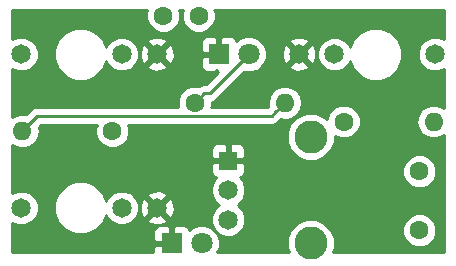
<source format=gbr>
G04 #@! TF.GenerationSoftware,KiCad,Pcbnew,(5.0.0)*
G04 #@! TF.CreationDate,2018-08-20T22:19:09+02:00*
G04 #@! TF.ProjectId,1u_lpg,31755F6C70672E6B696361645F706362,rev?*
G04 #@! TF.SameCoordinates,Original*
G04 #@! TF.FileFunction,Copper,L2,Bot,Signal*
G04 #@! TF.FilePolarity,Positive*
%FSLAX46Y46*%
G04 Gerber Fmt 4.6, Leading zero omitted, Abs format (unit mm)*
G04 Created by KiCad (PCBNEW (5.0.0)) date 08/20/18 22:19:09*
%MOMM*%
%LPD*%
G01*
G04 APERTURE LIST*
G04 #@! TA.AperFunction,ComponentPad*
%ADD10C,1.800000*%
G04 #@! TD*
G04 #@! TA.AperFunction,ComponentPad*
%ADD11R,1.800000X1.800000*%
G04 #@! TD*
G04 #@! TA.AperFunction,ComponentPad*
%ADD12C,1.648460*%
G04 #@! TD*
G04 #@! TA.AperFunction,ComponentPad*
%ADD13C,1.600000*%
G04 #@! TD*
G04 #@! TA.AperFunction,ComponentPad*
%ADD14R,1.648460X1.648460*%
G04 #@! TD*
G04 #@! TA.AperFunction,ComponentPad*
%ADD15C,2.794000*%
G04 #@! TD*
G04 #@! TA.AperFunction,ComponentPad*
%ADD16O,1.600000X1.600000*%
G04 #@! TD*
G04 #@! TA.AperFunction,Conductor*
%ADD17C,0.250000*%
G04 #@! TD*
G04 #@! TA.AperFunction,Conductor*
%ADD18C,0.254000*%
G04 #@! TD*
G04 APERTURE END LIST*
D10*
G04 #@! TO.P,D1,2*
G04 #@! TO.N,Net-(D1-Pad2)*
X20750000Y-4500000D03*
D11*
G04 #@! TO.P,D1,1*
G04 #@! TO.N,GND*
X18210000Y-4500000D03*
G04 #@! TD*
D10*
G04 #@! TO.P,D2,2*
G04 #@! TO.N,Net-(D2-Pad2)*
X16750000Y-20500000D03*
D11*
G04 #@! TO.P,D2,1*
G04 #@! TO.N,GND*
X14210000Y-20500000D03*
G04 #@! TD*
D12*
G04 #@! TO.P,J_CV_1,P$1_TIP*
G04 #@! TO.N,Net-(J_CV_1-PadP$1_TIP)*
X1501280Y-17500000D03*
G04 #@! TO.P,J_CV_1,P$2_SWITCH*
G04 #@! TO.N,N/C*
X9997580Y-17500000D03*
G04 #@! TO.P,J_CV_1,P$3_SLEEVE*
G04 #@! TO.N,GND*
X12999860Y-17500000D03*
G04 #@! TD*
G04 #@! TO.P,J_IN_1,P$3_SLEEVE*
G04 #@! TO.N,GND*
X12999860Y-4500000D03*
G04 #@! TO.P,J_IN_1,P$2_SWITCH*
G04 #@! TO.N,N/C*
X9997580Y-4500000D03*
G04 #@! TO.P,J_IN_1,P$1_TIP*
G04 #@! TO.N,Net-(J_IN_1-PadP$1_TIP)*
X1501280Y-4500000D03*
G04 #@! TD*
G04 #@! TO.P,J_OUT_1,P$1_TIP*
G04 #@! TO.N,Net-(J_OUT_1-PadP$1_TIP)*
X36498720Y-4500000D03*
G04 #@! TO.P,J_OUT_1,P$2_SWITCH*
G04 #@! TO.N,N/C*
X28002420Y-4500000D03*
G04 #@! TO.P,J_OUT_1,P$3_SLEEVE*
G04 #@! TO.N,GND*
X25000140Y-4500000D03*
G04 #@! TD*
D13*
G04 #@! TO.P,VAC-PHOTO1,2*
G04 #@! TO.N,Net-(C1-Pad1)*
X16500000Y-1250000D03*
G04 #@! TO.P,VAC-PHOTO1,1*
G04 #@! TO.N,Net-(J_IN_1-PadP$1_TIP)*
X13500000Y-1250000D03*
G04 #@! TD*
D14*
G04 #@! TO.P,RV1,1*
G04 #@! TO.N,GND*
X19002300Y-13500640D03*
D12*
G04 #@! TO.P,RV1,2*
G04 #@! TO.N,Net-(C1-Pad2)*
X19002300Y-16000000D03*
G04 #@! TO.P,RV1,3*
G04 #@! TO.N,N/C*
X19002300Y-18499360D03*
D15*
G04 #@! TO.P,RV1,CHASSIS1*
X26000000Y-11501660D03*
G04 #@! TO.P,RV1,CHASSIS2*
X26000000Y-20498340D03*
G04 #@! TD*
D13*
G04 #@! TO.P,C1,2*
G04 #@! TO.N,Net-(C1-Pad2)*
X35200000Y-19400000D03*
G04 #@! TO.P,C1,1*
G04 #@! TO.N,Net-(C1-Pad1)*
X35200000Y-14400000D03*
G04 #@! TD*
G04 #@! TO.P,R_LED_1,1*
G04 #@! TO.N,Net-(D2-Pad2)*
X9200000Y-11000000D03*
D16*
G04 #@! TO.P,R_LED_1,2*
G04 #@! TO.N,Net-(J_CV_1-PadP$1_TIP)*
X1580000Y-11000000D03*
G04 #@! TD*
D13*
G04 #@! TO.P,R_OUT_1,1*
G04 #@! TO.N,Net-(C1-Pad1)*
X28780000Y-10200000D03*
D16*
G04 #@! TO.P,R_OUT_1,2*
G04 #@! TO.N,Net-(J_OUT_1-PadP$1_TIP)*
X36400000Y-10200000D03*
G04 #@! TD*
G04 #@! TO.P,R_VAC_1,2*
G04 #@! TO.N,Net-(J_CV_1-PadP$1_TIP)*
X23800000Y-8600000D03*
D13*
G04 #@! TO.P,R_VAC_1,1*
G04 #@! TO.N,Net-(D1-Pad2)*
X16180000Y-8600000D03*
G04 #@! TD*
D17*
G04 #@! TO.N,Net-(D1-Pad2)*
X19850001Y-5399999D02*
X20750000Y-4500000D01*
X17449999Y-7800001D02*
X19850001Y-5399999D01*
X16979999Y-7800001D02*
X17449999Y-7800001D01*
X16180000Y-8600000D02*
X16979999Y-7800001D01*
G04 #@! TO.N,Net-(J_CV_1-PadP$1_TIP)*
X23000001Y-9399999D02*
X23800000Y-8600000D01*
X22674999Y-9725001D02*
X23000001Y-9399999D01*
X2854999Y-9725001D02*
X22674999Y-9725001D01*
X1580000Y-11000000D02*
X2854999Y-9725001D01*
G04 #@! TD*
D18*
G04 #@! TO.N,GND*
G36*
X12065000Y-964561D02*
X12065000Y-1535439D01*
X12283466Y-2062862D01*
X12687138Y-2466534D01*
X13214561Y-2685000D01*
X13785439Y-2685000D01*
X14312862Y-2466534D01*
X14716534Y-2062862D01*
X14935000Y-1535439D01*
X14935000Y-964561D01*
X14839913Y-735000D01*
X15160087Y-735000D01*
X15065000Y-964561D01*
X15065000Y-1535439D01*
X15283466Y-2062862D01*
X15687138Y-2466534D01*
X16214561Y-2685000D01*
X16785439Y-2685000D01*
X17312862Y-2466534D01*
X17716534Y-2062862D01*
X17935000Y-1535439D01*
X17935000Y-964561D01*
X17839913Y-735000D01*
X37265001Y-735000D01*
X37265001Y-3237945D01*
X36788979Y-3040770D01*
X36208461Y-3040770D01*
X35672133Y-3262925D01*
X35261645Y-3673413D01*
X35039490Y-4209741D01*
X35039490Y-4790259D01*
X35261645Y-5326587D01*
X35672133Y-5737075D01*
X36208461Y-5959230D01*
X36788979Y-5959230D01*
X37265001Y-5762055D01*
X37265001Y-9052116D01*
X36959909Y-8848260D01*
X36541333Y-8765000D01*
X36258667Y-8765000D01*
X35840091Y-8848260D01*
X35365423Y-9165423D01*
X35048260Y-9640091D01*
X34936887Y-10200000D01*
X35048260Y-10759909D01*
X35365423Y-11234577D01*
X35840091Y-11551740D01*
X36258667Y-11635000D01*
X36541333Y-11635000D01*
X36959909Y-11551740D01*
X37265000Y-11347884D01*
X37265000Y-21265000D01*
X27881860Y-21265000D01*
X28032000Y-20902530D01*
X28032000Y-20094150D01*
X27722646Y-19347305D01*
X27489902Y-19114561D01*
X33765000Y-19114561D01*
X33765000Y-19685439D01*
X33983466Y-20212862D01*
X34387138Y-20616534D01*
X34914561Y-20835000D01*
X35485439Y-20835000D01*
X36012862Y-20616534D01*
X36416534Y-20212862D01*
X36635000Y-19685439D01*
X36635000Y-19114561D01*
X36416534Y-18587138D01*
X36012862Y-18183466D01*
X35485439Y-17965000D01*
X34914561Y-17965000D01*
X34387138Y-18183466D01*
X33983466Y-18587138D01*
X33765000Y-19114561D01*
X27489902Y-19114561D01*
X27151035Y-18775694D01*
X26404190Y-18466340D01*
X25595810Y-18466340D01*
X24848965Y-18775694D01*
X24277354Y-19347305D01*
X23968000Y-20094150D01*
X23968000Y-20902530D01*
X24118140Y-21265000D01*
X18094598Y-21265000D01*
X18285000Y-20805330D01*
X18285000Y-20194670D01*
X18051310Y-19630493D01*
X17619507Y-19198690D01*
X17055330Y-18965000D01*
X16444670Y-18965000D01*
X15880493Y-19198690D01*
X15704139Y-19375044D01*
X15648327Y-19240301D01*
X15469698Y-19061673D01*
X15236309Y-18965000D01*
X14495750Y-18965000D01*
X14337000Y-19123750D01*
X14337000Y-20373000D01*
X14357000Y-20373000D01*
X14357000Y-20627000D01*
X14337000Y-20627000D01*
X14337000Y-20647000D01*
X14083000Y-20647000D01*
X14083000Y-20627000D01*
X12833750Y-20627000D01*
X12675000Y-20785750D01*
X12675000Y-21265000D01*
X735000Y-21265000D01*
X735000Y-18762055D01*
X1211021Y-18959230D01*
X1791539Y-18959230D01*
X2327867Y-18737075D01*
X2738355Y-18326587D01*
X2960510Y-17790259D01*
X2960510Y-17209741D01*
X2896593Y-17055431D01*
X4265000Y-17055431D01*
X4265000Y-17944569D01*
X4605259Y-18766026D01*
X5233974Y-19394741D01*
X6055431Y-19735000D01*
X6944569Y-19735000D01*
X7575426Y-19473690D01*
X12675000Y-19473690D01*
X12675000Y-20214250D01*
X12833750Y-20373000D01*
X14083000Y-20373000D01*
X14083000Y-19123750D01*
X13924250Y-18965000D01*
X13183691Y-18965000D01*
X12950302Y-19061673D01*
X12771673Y-19240301D01*
X12675000Y-19473690D01*
X7575426Y-19473690D01*
X7766026Y-19394741D01*
X8394741Y-18766026D01*
X8668634Y-18104791D01*
X8760505Y-18326587D01*
X9170993Y-18737075D01*
X9707321Y-18959230D01*
X10287839Y-18959230D01*
X10824167Y-18737075D01*
X11035947Y-18525295D01*
X12154170Y-18525295D01*
X12231279Y-18773926D01*
X12777295Y-18971077D01*
X13357194Y-18944270D01*
X13768441Y-18773926D01*
X13845550Y-18525295D01*
X12999860Y-17679605D01*
X12154170Y-18525295D01*
X11035947Y-18525295D01*
X11234655Y-18326587D01*
X11456810Y-17790259D01*
X11456810Y-17277435D01*
X11528783Y-17277435D01*
X11555590Y-17857334D01*
X11725934Y-18268581D01*
X11974565Y-18345690D01*
X12820255Y-17500000D01*
X13179465Y-17500000D01*
X14025155Y-18345690D01*
X14273786Y-18268581D01*
X14470937Y-17722565D01*
X14444130Y-17142666D01*
X14273786Y-16731419D01*
X14025155Y-16654310D01*
X13179465Y-17500000D01*
X12820255Y-17500000D01*
X11974565Y-16654310D01*
X11725934Y-16731419D01*
X11528783Y-17277435D01*
X11456810Y-17277435D01*
X11456810Y-17209741D01*
X11234655Y-16673413D01*
X11035947Y-16474705D01*
X12154170Y-16474705D01*
X12999860Y-17320395D01*
X13845550Y-16474705D01*
X13768441Y-16226074D01*
X13222425Y-16028923D01*
X12642526Y-16055730D01*
X12231279Y-16226074D01*
X12154170Y-16474705D01*
X11035947Y-16474705D01*
X10824167Y-16262925D01*
X10287839Y-16040770D01*
X9707321Y-16040770D01*
X9170993Y-16262925D01*
X8760505Y-16673413D01*
X8668634Y-16895209D01*
X8394741Y-16233974D01*
X7766026Y-15605259D01*
X6944569Y-15265000D01*
X6055431Y-15265000D01*
X5233974Y-15605259D01*
X4605259Y-16233974D01*
X4265000Y-17055431D01*
X2896593Y-17055431D01*
X2738355Y-16673413D01*
X2327867Y-16262925D01*
X1791539Y-16040770D01*
X1211021Y-16040770D01*
X735000Y-16237945D01*
X735000Y-13786390D01*
X17543070Y-13786390D01*
X17543070Y-14451179D01*
X17639743Y-14684568D01*
X17818371Y-14863197D01*
X18000147Y-14938491D01*
X17765225Y-15173413D01*
X17543070Y-15709741D01*
X17543070Y-16290259D01*
X17765225Y-16826587D01*
X18175713Y-17237075D01*
X18206144Y-17249680D01*
X18175713Y-17262285D01*
X17765225Y-17672773D01*
X17543070Y-18209101D01*
X17543070Y-18789619D01*
X17765225Y-19325947D01*
X18175713Y-19736435D01*
X18712041Y-19958590D01*
X19292559Y-19958590D01*
X19828887Y-19736435D01*
X20239375Y-19325947D01*
X20461530Y-18789619D01*
X20461530Y-18209101D01*
X20239375Y-17672773D01*
X19828887Y-17262285D01*
X19798456Y-17249680D01*
X19828887Y-17237075D01*
X20239375Y-16826587D01*
X20461530Y-16290259D01*
X20461530Y-15709741D01*
X20239375Y-15173413D01*
X20004453Y-14938491D01*
X20186229Y-14863197D01*
X20364857Y-14684568D01*
X20461530Y-14451179D01*
X20461530Y-14114561D01*
X33765000Y-14114561D01*
X33765000Y-14685439D01*
X33983466Y-15212862D01*
X34387138Y-15616534D01*
X34914561Y-15835000D01*
X35485439Y-15835000D01*
X36012862Y-15616534D01*
X36416534Y-15212862D01*
X36635000Y-14685439D01*
X36635000Y-14114561D01*
X36416534Y-13587138D01*
X36012862Y-13183466D01*
X35485439Y-12965000D01*
X34914561Y-12965000D01*
X34387138Y-13183466D01*
X33983466Y-13587138D01*
X33765000Y-14114561D01*
X20461530Y-14114561D01*
X20461530Y-13786390D01*
X20302780Y-13627640D01*
X19129300Y-13627640D01*
X19129300Y-13647640D01*
X18875300Y-13647640D01*
X18875300Y-13627640D01*
X17701820Y-13627640D01*
X17543070Y-13786390D01*
X735000Y-13786390D01*
X735000Y-12550101D01*
X17543070Y-12550101D01*
X17543070Y-13214890D01*
X17701820Y-13373640D01*
X18875300Y-13373640D01*
X18875300Y-12200160D01*
X19129300Y-12200160D01*
X19129300Y-13373640D01*
X20302780Y-13373640D01*
X20461530Y-13214890D01*
X20461530Y-12550101D01*
X20364857Y-12316712D01*
X20186229Y-12138083D01*
X19952840Y-12041410D01*
X19288050Y-12041410D01*
X19129300Y-12200160D01*
X18875300Y-12200160D01*
X18716550Y-12041410D01*
X18051760Y-12041410D01*
X17818371Y-12138083D01*
X17639743Y-12316712D01*
X17543070Y-12550101D01*
X735000Y-12550101D01*
X735000Y-12161248D01*
X1020091Y-12351740D01*
X1438667Y-12435000D01*
X1721333Y-12435000D01*
X2139909Y-12351740D01*
X2614577Y-12034577D01*
X2931740Y-11559909D01*
X3043113Y-11000000D01*
X2978688Y-10676114D01*
X3169801Y-10485001D01*
X7860087Y-10485001D01*
X7765000Y-10714561D01*
X7765000Y-11285439D01*
X7983466Y-11812862D01*
X8387138Y-12216534D01*
X8914561Y-12435000D01*
X9485439Y-12435000D01*
X10012862Y-12216534D01*
X10416534Y-11812862D01*
X10635000Y-11285439D01*
X10635000Y-11097470D01*
X23968000Y-11097470D01*
X23968000Y-11905850D01*
X24277354Y-12652695D01*
X24848965Y-13224306D01*
X25595810Y-13533660D01*
X26404190Y-13533660D01*
X27151035Y-13224306D01*
X27722646Y-12652695D01*
X28032000Y-11905850D01*
X28032000Y-11443401D01*
X28494561Y-11635000D01*
X29065439Y-11635000D01*
X29592862Y-11416534D01*
X29996534Y-11012862D01*
X30215000Y-10485439D01*
X30215000Y-9914561D01*
X29996534Y-9387138D01*
X29592862Y-8983466D01*
X29065439Y-8765000D01*
X28494561Y-8765000D01*
X27967138Y-8983466D01*
X27563466Y-9387138D01*
X27345000Y-9914561D01*
X27345000Y-9972979D01*
X27151035Y-9779014D01*
X26404190Y-9469660D01*
X25595810Y-9469660D01*
X24848965Y-9779014D01*
X24277354Y-10350625D01*
X23968000Y-11097470D01*
X10635000Y-11097470D01*
X10635000Y-10714561D01*
X10539913Y-10485001D01*
X22600152Y-10485001D01*
X22674999Y-10499889D01*
X22749846Y-10485001D01*
X22749851Y-10485001D01*
X22971536Y-10440905D01*
X23222928Y-10272930D01*
X23265330Y-10209471D01*
X23476113Y-9998688D01*
X23658667Y-10035000D01*
X23941333Y-10035000D01*
X24359909Y-9951740D01*
X24834577Y-9634577D01*
X25151740Y-9159909D01*
X25263113Y-8600000D01*
X25151740Y-8040091D01*
X24834577Y-7565423D01*
X24359909Y-7248260D01*
X23941333Y-7165000D01*
X23658667Y-7165000D01*
X23240091Y-7248260D01*
X22765423Y-7565423D01*
X22448260Y-8040091D01*
X22336887Y-8600000D01*
X22401312Y-8923887D01*
X22360198Y-8965001D01*
X17582044Y-8965001D01*
X17615000Y-8885439D01*
X17615000Y-8542069D01*
X17746536Y-8515905D01*
X17997928Y-8347930D01*
X18040330Y-8284471D01*
X20335162Y-5989640D01*
X20444670Y-6035000D01*
X21055330Y-6035000D01*
X21619507Y-5801310D01*
X21895522Y-5525295D01*
X24154450Y-5525295D01*
X24231559Y-5773926D01*
X24777575Y-5971077D01*
X25357474Y-5944270D01*
X25768721Y-5773926D01*
X25845830Y-5525295D01*
X25000140Y-4679605D01*
X24154450Y-5525295D01*
X21895522Y-5525295D01*
X22051310Y-5369507D01*
X22285000Y-4805330D01*
X22285000Y-4277435D01*
X23529063Y-4277435D01*
X23555870Y-4857334D01*
X23726214Y-5268581D01*
X23974845Y-5345690D01*
X24820535Y-4500000D01*
X25179745Y-4500000D01*
X26025435Y-5345690D01*
X26274066Y-5268581D01*
X26471217Y-4722565D01*
X26447511Y-4209741D01*
X26543190Y-4209741D01*
X26543190Y-4790259D01*
X26765345Y-5326587D01*
X27175833Y-5737075D01*
X27712161Y-5959230D01*
X28292679Y-5959230D01*
X28829007Y-5737075D01*
X29239495Y-5326587D01*
X29331366Y-5104791D01*
X29605259Y-5766026D01*
X30233974Y-6394741D01*
X31055431Y-6735000D01*
X31944569Y-6735000D01*
X32766026Y-6394741D01*
X33394741Y-5766026D01*
X33735000Y-4944569D01*
X33735000Y-4055431D01*
X33394741Y-3233974D01*
X32766026Y-2605259D01*
X31944569Y-2265000D01*
X31055431Y-2265000D01*
X30233974Y-2605259D01*
X29605259Y-3233974D01*
X29331366Y-3895209D01*
X29239495Y-3673413D01*
X28829007Y-3262925D01*
X28292679Y-3040770D01*
X27712161Y-3040770D01*
X27175833Y-3262925D01*
X26765345Y-3673413D01*
X26543190Y-4209741D01*
X26447511Y-4209741D01*
X26444410Y-4142666D01*
X26274066Y-3731419D01*
X26025435Y-3654310D01*
X25179745Y-4500000D01*
X24820535Y-4500000D01*
X23974845Y-3654310D01*
X23726214Y-3731419D01*
X23529063Y-4277435D01*
X22285000Y-4277435D01*
X22285000Y-4194670D01*
X22051310Y-3630493D01*
X21895522Y-3474705D01*
X24154450Y-3474705D01*
X25000140Y-4320395D01*
X25845830Y-3474705D01*
X25768721Y-3226074D01*
X25222705Y-3028923D01*
X24642806Y-3055730D01*
X24231559Y-3226074D01*
X24154450Y-3474705D01*
X21895522Y-3474705D01*
X21619507Y-3198690D01*
X21055330Y-2965000D01*
X20444670Y-2965000D01*
X19880493Y-3198690D01*
X19704139Y-3375044D01*
X19648327Y-3240301D01*
X19469698Y-3061673D01*
X19236309Y-2965000D01*
X18495750Y-2965000D01*
X18337000Y-3123750D01*
X18337000Y-4373000D01*
X18357000Y-4373000D01*
X18357000Y-4627000D01*
X18337000Y-4627000D01*
X18337000Y-4647000D01*
X18083000Y-4647000D01*
X18083000Y-4627000D01*
X16833750Y-4627000D01*
X16675000Y-4785750D01*
X16675000Y-5526310D01*
X16771673Y-5759699D01*
X16950302Y-5938327D01*
X17183691Y-6035000D01*
X17924250Y-6035000D01*
X18082998Y-5876252D01*
X18082998Y-6035000D01*
X18140198Y-6035000D01*
X17135198Y-7040001D01*
X17054845Y-7040001D01*
X16979998Y-7025113D01*
X16905151Y-7040001D01*
X16905147Y-7040001D01*
X16683462Y-7084097D01*
X16683460Y-7084098D01*
X16683461Y-7084098D01*
X16525283Y-7189788D01*
X16465439Y-7165000D01*
X15894561Y-7165000D01*
X15367138Y-7383466D01*
X14963466Y-7787138D01*
X14745000Y-8314561D01*
X14745000Y-8885439D01*
X14777956Y-8965001D01*
X2929846Y-8965001D01*
X2854999Y-8950113D01*
X2780152Y-8965001D01*
X2780147Y-8965001D01*
X2558462Y-9009097D01*
X2307070Y-9177072D01*
X2264670Y-9240528D01*
X1903886Y-9601312D01*
X1721333Y-9565000D01*
X1438667Y-9565000D01*
X1020091Y-9648260D01*
X735000Y-9838752D01*
X735000Y-5762055D01*
X1211021Y-5959230D01*
X1791539Y-5959230D01*
X2327867Y-5737075D01*
X2738355Y-5326587D01*
X2960510Y-4790259D01*
X2960510Y-4209741D01*
X2896593Y-4055431D01*
X4265000Y-4055431D01*
X4265000Y-4944569D01*
X4605259Y-5766026D01*
X5233974Y-6394741D01*
X6055431Y-6735000D01*
X6944569Y-6735000D01*
X7766026Y-6394741D01*
X8394741Y-5766026D01*
X8668634Y-5104791D01*
X8760505Y-5326587D01*
X9170993Y-5737075D01*
X9707321Y-5959230D01*
X10287839Y-5959230D01*
X10824167Y-5737075D01*
X11035947Y-5525295D01*
X12154170Y-5525295D01*
X12231279Y-5773926D01*
X12777295Y-5971077D01*
X13357194Y-5944270D01*
X13768441Y-5773926D01*
X13845550Y-5525295D01*
X12999860Y-4679605D01*
X12154170Y-5525295D01*
X11035947Y-5525295D01*
X11234655Y-5326587D01*
X11456810Y-4790259D01*
X11456810Y-4277435D01*
X11528783Y-4277435D01*
X11555590Y-4857334D01*
X11725934Y-5268581D01*
X11974565Y-5345690D01*
X12820255Y-4500000D01*
X13179465Y-4500000D01*
X14025155Y-5345690D01*
X14273786Y-5268581D01*
X14470937Y-4722565D01*
X14444130Y-4142666D01*
X14273786Y-3731419D01*
X14025155Y-3654310D01*
X13179465Y-4500000D01*
X12820255Y-4500000D01*
X11974565Y-3654310D01*
X11725934Y-3731419D01*
X11528783Y-4277435D01*
X11456810Y-4277435D01*
X11456810Y-4209741D01*
X11234655Y-3673413D01*
X11035947Y-3474705D01*
X12154170Y-3474705D01*
X12999860Y-4320395D01*
X13845550Y-3474705D01*
X13845236Y-3473690D01*
X16675000Y-3473690D01*
X16675000Y-4214250D01*
X16833750Y-4373000D01*
X18083000Y-4373000D01*
X18083000Y-3123750D01*
X17924250Y-2965000D01*
X17183691Y-2965000D01*
X16950302Y-3061673D01*
X16771673Y-3240301D01*
X16675000Y-3473690D01*
X13845236Y-3473690D01*
X13768441Y-3226074D01*
X13222425Y-3028923D01*
X12642526Y-3055730D01*
X12231279Y-3226074D01*
X12154170Y-3474705D01*
X11035947Y-3474705D01*
X10824167Y-3262925D01*
X10287839Y-3040770D01*
X9707321Y-3040770D01*
X9170993Y-3262925D01*
X8760505Y-3673413D01*
X8668634Y-3895209D01*
X8394741Y-3233974D01*
X7766026Y-2605259D01*
X6944569Y-2265000D01*
X6055431Y-2265000D01*
X5233974Y-2605259D01*
X4605259Y-3233974D01*
X4265000Y-4055431D01*
X2896593Y-4055431D01*
X2738355Y-3673413D01*
X2327867Y-3262925D01*
X1791539Y-3040770D01*
X1211021Y-3040770D01*
X735000Y-3237945D01*
X735000Y-735000D01*
X12160087Y-735000D01*
X12065000Y-964561D01*
X12065000Y-964561D01*
G37*
X12065000Y-964561D02*
X12065000Y-1535439D01*
X12283466Y-2062862D01*
X12687138Y-2466534D01*
X13214561Y-2685000D01*
X13785439Y-2685000D01*
X14312862Y-2466534D01*
X14716534Y-2062862D01*
X14935000Y-1535439D01*
X14935000Y-964561D01*
X14839913Y-735000D01*
X15160087Y-735000D01*
X15065000Y-964561D01*
X15065000Y-1535439D01*
X15283466Y-2062862D01*
X15687138Y-2466534D01*
X16214561Y-2685000D01*
X16785439Y-2685000D01*
X17312862Y-2466534D01*
X17716534Y-2062862D01*
X17935000Y-1535439D01*
X17935000Y-964561D01*
X17839913Y-735000D01*
X37265001Y-735000D01*
X37265001Y-3237945D01*
X36788979Y-3040770D01*
X36208461Y-3040770D01*
X35672133Y-3262925D01*
X35261645Y-3673413D01*
X35039490Y-4209741D01*
X35039490Y-4790259D01*
X35261645Y-5326587D01*
X35672133Y-5737075D01*
X36208461Y-5959230D01*
X36788979Y-5959230D01*
X37265001Y-5762055D01*
X37265001Y-9052116D01*
X36959909Y-8848260D01*
X36541333Y-8765000D01*
X36258667Y-8765000D01*
X35840091Y-8848260D01*
X35365423Y-9165423D01*
X35048260Y-9640091D01*
X34936887Y-10200000D01*
X35048260Y-10759909D01*
X35365423Y-11234577D01*
X35840091Y-11551740D01*
X36258667Y-11635000D01*
X36541333Y-11635000D01*
X36959909Y-11551740D01*
X37265000Y-11347884D01*
X37265000Y-21265000D01*
X27881860Y-21265000D01*
X28032000Y-20902530D01*
X28032000Y-20094150D01*
X27722646Y-19347305D01*
X27489902Y-19114561D01*
X33765000Y-19114561D01*
X33765000Y-19685439D01*
X33983466Y-20212862D01*
X34387138Y-20616534D01*
X34914561Y-20835000D01*
X35485439Y-20835000D01*
X36012862Y-20616534D01*
X36416534Y-20212862D01*
X36635000Y-19685439D01*
X36635000Y-19114561D01*
X36416534Y-18587138D01*
X36012862Y-18183466D01*
X35485439Y-17965000D01*
X34914561Y-17965000D01*
X34387138Y-18183466D01*
X33983466Y-18587138D01*
X33765000Y-19114561D01*
X27489902Y-19114561D01*
X27151035Y-18775694D01*
X26404190Y-18466340D01*
X25595810Y-18466340D01*
X24848965Y-18775694D01*
X24277354Y-19347305D01*
X23968000Y-20094150D01*
X23968000Y-20902530D01*
X24118140Y-21265000D01*
X18094598Y-21265000D01*
X18285000Y-20805330D01*
X18285000Y-20194670D01*
X18051310Y-19630493D01*
X17619507Y-19198690D01*
X17055330Y-18965000D01*
X16444670Y-18965000D01*
X15880493Y-19198690D01*
X15704139Y-19375044D01*
X15648327Y-19240301D01*
X15469698Y-19061673D01*
X15236309Y-18965000D01*
X14495750Y-18965000D01*
X14337000Y-19123750D01*
X14337000Y-20373000D01*
X14357000Y-20373000D01*
X14357000Y-20627000D01*
X14337000Y-20627000D01*
X14337000Y-20647000D01*
X14083000Y-20647000D01*
X14083000Y-20627000D01*
X12833750Y-20627000D01*
X12675000Y-20785750D01*
X12675000Y-21265000D01*
X735000Y-21265000D01*
X735000Y-18762055D01*
X1211021Y-18959230D01*
X1791539Y-18959230D01*
X2327867Y-18737075D01*
X2738355Y-18326587D01*
X2960510Y-17790259D01*
X2960510Y-17209741D01*
X2896593Y-17055431D01*
X4265000Y-17055431D01*
X4265000Y-17944569D01*
X4605259Y-18766026D01*
X5233974Y-19394741D01*
X6055431Y-19735000D01*
X6944569Y-19735000D01*
X7575426Y-19473690D01*
X12675000Y-19473690D01*
X12675000Y-20214250D01*
X12833750Y-20373000D01*
X14083000Y-20373000D01*
X14083000Y-19123750D01*
X13924250Y-18965000D01*
X13183691Y-18965000D01*
X12950302Y-19061673D01*
X12771673Y-19240301D01*
X12675000Y-19473690D01*
X7575426Y-19473690D01*
X7766026Y-19394741D01*
X8394741Y-18766026D01*
X8668634Y-18104791D01*
X8760505Y-18326587D01*
X9170993Y-18737075D01*
X9707321Y-18959230D01*
X10287839Y-18959230D01*
X10824167Y-18737075D01*
X11035947Y-18525295D01*
X12154170Y-18525295D01*
X12231279Y-18773926D01*
X12777295Y-18971077D01*
X13357194Y-18944270D01*
X13768441Y-18773926D01*
X13845550Y-18525295D01*
X12999860Y-17679605D01*
X12154170Y-18525295D01*
X11035947Y-18525295D01*
X11234655Y-18326587D01*
X11456810Y-17790259D01*
X11456810Y-17277435D01*
X11528783Y-17277435D01*
X11555590Y-17857334D01*
X11725934Y-18268581D01*
X11974565Y-18345690D01*
X12820255Y-17500000D01*
X13179465Y-17500000D01*
X14025155Y-18345690D01*
X14273786Y-18268581D01*
X14470937Y-17722565D01*
X14444130Y-17142666D01*
X14273786Y-16731419D01*
X14025155Y-16654310D01*
X13179465Y-17500000D01*
X12820255Y-17500000D01*
X11974565Y-16654310D01*
X11725934Y-16731419D01*
X11528783Y-17277435D01*
X11456810Y-17277435D01*
X11456810Y-17209741D01*
X11234655Y-16673413D01*
X11035947Y-16474705D01*
X12154170Y-16474705D01*
X12999860Y-17320395D01*
X13845550Y-16474705D01*
X13768441Y-16226074D01*
X13222425Y-16028923D01*
X12642526Y-16055730D01*
X12231279Y-16226074D01*
X12154170Y-16474705D01*
X11035947Y-16474705D01*
X10824167Y-16262925D01*
X10287839Y-16040770D01*
X9707321Y-16040770D01*
X9170993Y-16262925D01*
X8760505Y-16673413D01*
X8668634Y-16895209D01*
X8394741Y-16233974D01*
X7766026Y-15605259D01*
X6944569Y-15265000D01*
X6055431Y-15265000D01*
X5233974Y-15605259D01*
X4605259Y-16233974D01*
X4265000Y-17055431D01*
X2896593Y-17055431D01*
X2738355Y-16673413D01*
X2327867Y-16262925D01*
X1791539Y-16040770D01*
X1211021Y-16040770D01*
X735000Y-16237945D01*
X735000Y-13786390D01*
X17543070Y-13786390D01*
X17543070Y-14451179D01*
X17639743Y-14684568D01*
X17818371Y-14863197D01*
X18000147Y-14938491D01*
X17765225Y-15173413D01*
X17543070Y-15709741D01*
X17543070Y-16290259D01*
X17765225Y-16826587D01*
X18175713Y-17237075D01*
X18206144Y-17249680D01*
X18175713Y-17262285D01*
X17765225Y-17672773D01*
X17543070Y-18209101D01*
X17543070Y-18789619D01*
X17765225Y-19325947D01*
X18175713Y-19736435D01*
X18712041Y-19958590D01*
X19292559Y-19958590D01*
X19828887Y-19736435D01*
X20239375Y-19325947D01*
X20461530Y-18789619D01*
X20461530Y-18209101D01*
X20239375Y-17672773D01*
X19828887Y-17262285D01*
X19798456Y-17249680D01*
X19828887Y-17237075D01*
X20239375Y-16826587D01*
X20461530Y-16290259D01*
X20461530Y-15709741D01*
X20239375Y-15173413D01*
X20004453Y-14938491D01*
X20186229Y-14863197D01*
X20364857Y-14684568D01*
X20461530Y-14451179D01*
X20461530Y-14114561D01*
X33765000Y-14114561D01*
X33765000Y-14685439D01*
X33983466Y-15212862D01*
X34387138Y-15616534D01*
X34914561Y-15835000D01*
X35485439Y-15835000D01*
X36012862Y-15616534D01*
X36416534Y-15212862D01*
X36635000Y-14685439D01*
X36635000Y-14114561D01*
X36416534Y-13587138D01*
X36012862Y-13183466D01*
X35485439Y-12965000D01*
X34914561Y-12965000D01*
X34387138Y-13183466D01*
X33983466Y-13587138D01*
X33765000Y-14114561D01*
X20461530Y-14114561D01*
X20461530Y-13786390D01*
X20302780Y-13627640D01*
X19129300Y-13627640D01*
X19129300Y-13647640D01*
X18875300Y-13647640D01*
X18875300Y-13627640D01*
X17701820Y-13627640D01*
X17543070Y-13786390D01*
X735000Y-13786390D01*
X735000Y-12550101D01*
X17543070Y-12550101D01*
X17543070Y-13214890D01*
X17701820Y-13373640D01*
X18875300Y-13373640D01*
X18875300Y-12200160D01*
X19129300Y-12200160D01*
X19129300Y-13373640D01*
X20302780Y-13373640D01*
X20461530Y-13214890D01*
X20461530Y-12550101D01*
X20364857Y-12316712D01*
X20186229Y-12138083D01*
X19952840Y-12041410D01*
X19288050Y-12041410D01*
X19129300Y-12200160D01*
X18875300Y-12200160D01*
X18716550Y-12041410D01*
X18051760Y-12041410D01*
X17818371Y-12138083D01*
X17639743Y-12316712D01*
X17543070Y-12550101D01*
X735000Y-12550101D01*
X735000Y-12161248D01*
X1020091Y-12351740D01*
X1438667Y-12435000D01*
X1721333Y-12435000D01*
X2139909Y-12351740D01*
X2614577Y-12034577D01*
X2931740Y-11559909D01*
X3043113Y-11000000D01*
X2978688Y-10676114D01*
X3169801Y-10485001D01*
X7860087Y-10485001D01*
X7765000Y-10714561D01*
X7765000Y-11285439D01*
X7983466Y-11812862D01*
X8387138Y-12216534D01*
X8914561Y-12435000D01*
X9485439Y-12435000D01*
X10012862Y-12216534D01*
X10416534Y-11812862D01*
X10635000Y-11285439D01*
X10635000Y-11097470D01*
X23968000Y-11097470D01*
X23968000Y-11905850D01*
X24277354Y-12652695D01*
X24848965Y-13224306D01*
X25595810Y-13533660D01*
X26404190Y-13533660D01*
X27151035Y-13224306D01*
X27722646Y-12652695D01*
X28032000Y-11905850D01*
X28032000Y-11443401D01*
X28494561Y-11635000D01*
X29065439Y-11635000D01*
X29592862Y-11416534D01*
X29996534Y-11012862D01*
X30215000Y-10485439D01*
X30215000Y-9914561D01*
X29996534Y-9387138D01*
X29592862Y-8983466D01*
X29065439Y-8765000D01*
X28494561Y-8765000D01*
X27967138Y-8983466D01*
X27563466Y-9387138D01*
X27345000Y-9914561D01*
X27345000Y-9972979D01*
X27151035Y-9779014D01*
X26404190Y-9469660D01*
X25595810Y-9469660D01*
X24848965Y-9779014D01*
X24277354Y-10350625D01*
X23968000Y-11097470D01*
X10635000Y-11097470D01*
X10635000Y-10714561D01*
X10539913Y-10485001D01*
X22600152Y-10485001D01*
X22674999Y-10499889D01*
X22749846Y-10485001D01*
X22749851Y-10485001D01*
X22971536Y-10440905D01*
X23222928Y-10272930D01*
X23265330Y-10209471D01*
X23476113Y-9998688D01*
X23658667Y-10035000D01*
X23941333Y-10035000D01*
X24359909Y-9951740D01*
X24834577Y-9634577D01*
X25151740Y-9159909D01*
X25263113Y-8600000D01*
X25151740Y-8040091D01*
X24834577Y-7565423D01*
X24359909Y-7248260D01*
X23941333Y-7165000D01*
X23658667Y-7165000D01*
X23240091Y-7248260D01*
X22765423Y-7565423D01*
X22448260Y-8040091D01*
X22336887Y-8600000D01*
X22401312Y-8923887D01*
X22360198Y-8965001D01*
X17582044Y-8965001D01*
X17615000Y-8885439D01*
X17615000Y-8542069D01*
X17746536Y-8515905D01*
X17997928Y-8347930D01*
X18040330Y-8284471D01*
X20335162Y-5989640D01*
X20444670Y-6035000D01*
X21055330Y-6035000D01*
X21619507Y-5801310D01*
X21895522Y-5525295D01*
X24154450Y-5525295D01*
X24231559Y-5773926D01*
X24777575Y-5971077D01*
X25357474Y-5944270D01*
X25768721Y-5773926D01*
X25845830Y-5525295D01*
X25000140Y-4679605D01*
X24154450Y-5525295D01*
X21895522Y-5525295D01*
X22051310Y-5369507D01*
X22285000Y-4805330D01*
X22285000Y-4277435D01*
X23529063Y-4277435D01*
X23555870Y-4857334D01*
X23726214Y-5268581D01*
X23974845Y-5345690D01*
X24820535Y-4500000D01*
X25179745Y-4500000D01*
X26025435Y-5345690D01*
X26274066Y-5268581D01*
X26471217Y-4722565D01*
X26447511Y-4209741D01*
X26543190Y-4209741D01*
X26543190Y-4790259D01*
X26765345Y-5326587D01*
X27175833Y-5737075D01*
X27712161Y-5959230D01*
X28292679Y-5959230D01*
X28829007Y-5737075D01*
X29239495Y-5326587D01*
X29331366Y-5104791D01*
X29605259Y-5766026D01*
X30233974Y-6394741D01*
X31055431Y-6735000D01*
X31944569Y-6735000D01*
X32766026Y-6394741D01*
X33394741Y-5766026D01*
X33735000Y-4944569D01*
X33735000Y-4055431D01*
X33394741Y-3233974D01*
X32766026Y-2605259D01*
X31944569Y-2265000D01*
X31055431Y-2265000D01*
X30233974Y-2605259D01*
X29605259Y-3233974D01*
X29331366Y-3895209D01*
X29239495Y-3673413D01*
X28829007Y-3262925D01*
X28292679Y-3040770D01*
X27712161Y-3040770D01*
X27175833Y-3262925D01*
X26765345Y-3673413D01*
X26543190Y-4209741D01*
X26447511Y-4209741D01*
X26444410Y-4142666D01*
X26274066Y-3731419D01*
X26025435Y-3654310D01*
X25179745Y-4500000D01*
X24820535Y-4500000D01*
X23974845Y-3654310D01*
X23726214Y-3731419D01*
X23529063Y-4277435D01*
X22285000Y-4277435D01*
X22285000Y-4194670D01*
X22051310Y-3630493D01*
X21895522Y-3474705D01*
X24154450Y-3474705D01*
X25000140Y-4320395D01*
X25845830Y-3474705D01*
X25768721Y-3226074D01*
X25222705Y-3028923D01*
X24642806Y-3055730D01*
X24231559Y-3226074D01*
X24154450Y-3474705D01*
X21895522Y-3474705D01*
X21619507Y-3198690D01*
X21055330Y-2965000D01*
X20444670Y-2965000D01*
X19880493Y-3198690D01*
X19704139Y-3375044D01*
X19648327Y-3240301D01*
X19469698Y-3061673D01*
X19236309Y-2965000D01*
X18495750Y-2965000D01*
X18337000Y-3123750D01*
X18337000Y-4373000D01*
X18357000Y-4373000D01*
X18357000Y-4627000D01*
X18337000Y-4627000D01*
X18337000Y-4647000D01*
X18083000Y-4647000D01*
X18083000Y-4627000D01*
X16833750Y-4627000D01*
X16675000Y-4785750D01*
X16675000Y-5526310D01*
X16771673Y-5759699D01*
X16950302Y-5938327D01*
X17183691Y-6035000D01*
X17924250Y-6035000D01*
X18082998Y-5876252D01*
X18082998Y-6035000D01*
X18140198Y-6035000D01*
X17135198Y-7040001D01*
X17054845Y-7040001D01*
X16979998Y-7025113D01*
X16905151Y-7040001D01*
X16905147Y-7040001D01*
X16683462Y-7084097D01*
X16683460Y-7084098D01*
X16683461Y-7084098D01*
X16525283Y-7189788D01*
X16465439Y-7165000D01*
X15894561Y-7165000D01*
X15367138Y-7383466D01*
X14963466Y-7787138D01*
X14745000Y-8314561D01*
X14745000Y-8885439D01*
X14777956Y-8965001D01*
X2929846Y-8965001D01*
X2854999Y-8950113D01*
X2780152Y-8965001D01*
X2780147Y-8965001D01*
X2558462Y-9009097D01*
X2307070Y-9177072D01*
X2264670Y-9240528D01*
X1903886Y-9601312D01*
X1721333Y-9565000D01*
X1438667Y-9565000D01*
X1020091Y-9648260D01*
X735000Y-9838752D01*
X735000Y-5762055D01*
X1211021Y-5959230D01*
X1791539Y-5959230D01*
X2327867Y-5737075D01*
X2738355Y-5326587D01*
X2960510Y-4790259D01*
X2960510Y-4209741D01*
X2896593Y-4055431D01*
X4265000Y-4055431D01*
X4265000Y-4944569D01*
X4605259Y-5766026D01*
X5233974Y-6394741D01*
X6055431Y-6735000D01*
X6944569Y-6735000D01*
X7766026Y-6394741D01*
X8394741Y-5766026D01*
X8668634Y-5104791D01*
X8760505Y-5326587D01*
X9170993Y-5737075D01*
X9707321Y-5959230D01*
X10287839Y-5959230D01*
X10824167Y-5737075D01*
X11035947Y-5525295D01*
X12154170Y-5525295D01*
X12231279Y-5773926D01*
X12777295Y-5971077D01*
X13357194Y-5944270D01*
X13768441Y-5773926D01*
X13845550Y-5525295D01*
X12999860Y-4679605D01*
X12154170Y-5525295D01*
X11035947Y-5525295D01*
X11234655Y-5326587D01*
X11456810Y-4790259D01*
X11456810Y-4277435D01*
X11528783Y-4277435D01*
X11555590Y-4857334D01*
X11725934Y-5268581D01*
X11974565Y-5345690D01*
X12820255Y-4500000D01*
X13179465Y-4500000D01*
X14025155Y-5345690D01*
X14273786Y-5268581D01*
X14470937Y-4722565D01*
X14444130Y-4142666D01*
X14273786Y-3731419D01*
X14025155Y-3654310D01*
X13179465Y-4500000D01*
X12820255Y-4500000D01*
X11974565Y-3654310D01*
X11725934Y-3731419D01*
X11528783Y-4277435D01*
X11456810Y-4277435D01*
X11456810Y-4209741D01*
X11234655Y-3673413D01*
X11035947Y-3474705D01*
X12154170Y-3474705D01*
X12999860Y-4320395D01*
X13845550Y-3474705D01*
X13845236Y-3473690D01*
X16675000Y-3473690D01*
X16675000Y-4214250D01*
X16833750Y-4373000D01*
X18083000Y-4373000D01*
X18083000Y-3123750D01*
X17924250Y-2965000D01*
X17183691Y-2965000D01*
X16950302Y-3061673D01*
X16771673Y-3240301D01*
X16675000Y-3473690D01*
X13845236Y-3473690D01*
X13768441Y-3226074D01*
X13222425Y-3028923D01*
X12642526Y-3055730D01*
X12231279Y-3226074D01*
X12154170Y-3474705D01*
X11035947Y-3474705D01*
X10824167Y-3262925D01*
X10287839Y-3040770D01*
X9707321Y-3040770D01*
X9170993Y-3262925D01*
X8760505Y-3673413D01*
X8668634Y-3895209D01*
X8394741Y-3233974D01*
X7766026Y-2605259D01*
X6944569Y-2265000D01*
X6055431Y-2265000D01*
X5233974Y-2605259D01*
X4605259Y-3233974D01*
X4265000Y-4055431D01*
X2896593Y-4055431D01*
X2738355Y-3673413D01*
X2327867Y-3262925D01*
X1791539Y-3040770D01*
X1211021Y-3040770D01*
X735000Y-3237945D01*
X735000Y-735000D01*
X12160087Y-735000D01*
X12065000Y-964561D01*
G04 #@! TD*
M02*

</source>
